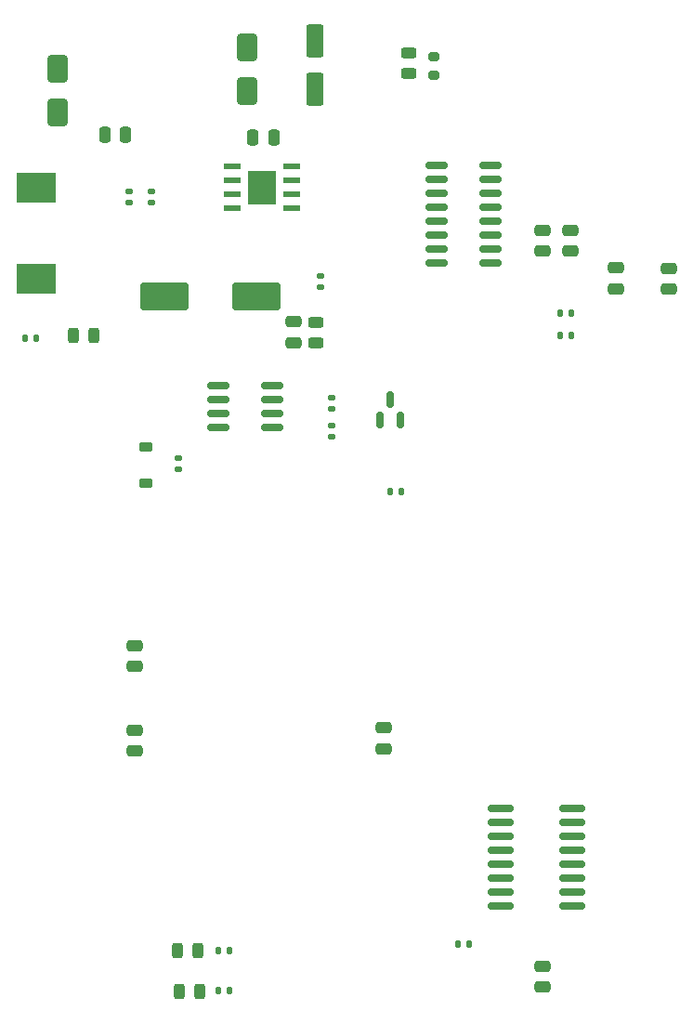
<source format=gbr>
%TF.GenerationSoftware,KiCad,Pcbnew,9.0.2*%
%TF.CreationDate,2025-09-25T10:29:51+05:30*%
%TF.ProjectId,UNO STEMc3.1,554e4f20-5354-4454-9d63-332e312e6b69,rev?*%
%TF.SameCoordinates,Original*%
%TF.FileFunction,Paste,Top*%
%TF.FilePolarity,Positive*%
%FSLAX46Y46*%
G04 Gerber Fmt 4.6, Leading zero omitted, Abs format (unit mm)*
G04 Created by KiCad (PCBNEW 9.0.2) date 2025-09-25 10:29:51*
%MOMM*%
%LPD*%
G01*
G04 APERTURE LIST*
G04 Aperture macros list*
%AMRoundRect*
0 Rectangle with rounded corners*
0 $1 Rounding radius*
0 $2 $3 $4 $5 $6 $7 $8 $9 X,Y pos of 4 corners*
0 Add a 4 corners polygon primitive as box body*
4,1,4,$2,$3,$4,$5,$6,$7,$8,$9,$2,$3,0*
0 Add four circle primitives for the rounded corners*
1,1,$1+$1,$2,$3*
1,1,$1+$1,$4,$5*
1,1,$1+$1,$6,$7*
1,1,$1+$1,$8,$9*
0 Add four rect primitives between the rounded corners*
20,1,$1+$1,$2,$3,$4,$5,0*
20,1,$1+$1,$4,$5,$6,$7,0*
20,1,$1+$1,$6,$7,$8,$9,0*
20,1,$1+$1,$8,$9,$2,$3,0*%
G04 Aperture macros list end*
%ADD10RoundRect,0.250000X0.550000X-1.250000X0.550000X1.250000X-0.550000X1.250000X-0.550000X-1.250000X0*%
%ADD11RoundRect,0.135000X-0.185000X0.135000X-0.185000X-0.135000X0.185000X-0.135000X0.185000X0.135000X0*%
%ADD12RoundRect,0.243750X0.456250X-0.243750X0.456250X0.243750X-0.456250X0.243750X-0.456250X-0.243750X0*%
%ADD13RoundRect,0.225000X-0.375000X0.225000X-0.375000X-0.225000X0.375000X-0.225000X0.375000X0.225000X0*%
%ADD14RoundRect,0.135000X0.135000X0.185000X-0.135000X0.185000X-0.135000X-0.185000X0.135000X-0.185000X0*%
%ADD15RoundRect,0.250000X0.475000X-0.250000X0.475000X0.250000X-0.475000X0.250000X-0.475000X-0.250000X0*%
%ADD16R,3.600000X2.700000*%
%ADD17RoundRect,0.243750X-0.243750X-0.456250X0.243750X-0.456250X0.243750X0.456250X-0.243750X0.456250X0*%
%ADD18RoundRect,0.135000X0.185000X-0.135000X0.185000X0.135000X-0.185000X0.135000X-0.185000X-0.135000X0*%
%ADD19RoundRect,0.250000X-0.475000X0.250000X-0.475000X-0.250000X0.475000X-0.250000X0.475000X0.250000X0*%
%ADD20R,1.550000X0.600000*%
%ADD21R,2.600000X3.100000*%
%ADD22RoundRect,0.135000X-0.135000X-0.185000X0.135000X-0.185000X0.135000X0.185000X-0.135000X0.185000X0*%
%ADD23RoundRect,0.243750X0.243750X0.456250X-0.243750X0.456250X-0.243750X-0.456250X0.243750X-0.456250X0*%
%ADD24RoundRect,0.250000X0.250000X0.475000X-0.250000X0.475000X-0.250000X-0.475000X0.250000X-0.475000X0*%
%ADD25RoundRect,0.250000X0.650000X-1.000000X0.650000X1.000000X-0.650000X1.000000X-0.650000X-1.000000X0*%
%ADD26RoundRect,0.250000X-0.250000X-0.475000X0.250000X-0.475000X0.250000X0.475000X-0.250000X0.475000X0*%
%ADD27RoundRect,0.150000X0.150000X-0.587500X0.150000X0.587500X-0.150000X0.587500X-0.150000X-0.587500X0*%
%ADD28RoundRect,0.150000X0.825000X0.150000X-0.825000X0.150000X-0.825000X-0.150000X0.825000X-0.150000X0*%
%ADD29RoundRect,0.200000X0.275000X-0.200000X0.275000X0.200000X-0.275000X0.200000X-0.275000X-0.200000X0*%
%ADD30RoundRect,0.150000X-1.050000X-0.150000X1.050000X-0.150000X1.050000X0.150000X-1.050000X0.150000X0*%
%ADD31RoundRect,0.250000X-1.950000X-1.000000X1.950000X-1.000000X1.950000X1.000000X-1.950000X1.000000X0*%
G04 APERTURE END LIST*
D10*
%TO.C,C1*%
X94730000Y-88920000D03*
X94730000Y-93320000D03*
%TD*%
D11*
%TO.C,R5*%
X95230000Y-111420000D03*
X95230000Y-110400000D03*
%TD*%
D12*
%TO.C,D3*%
X94750000Y-116437500D03*
X94750000Y-114562500D03*
%TD*%
D13*
%TO.C,D5*%
X79250000Y-125950000D03*
X79250000Y-129250000D03*
%TD*%
D14*
%TO.C,R11*%
X108770000Y-171250000D03*
X107750000Y-171250000D03*
%TD*%
%TO.C,R17*%
X69310000Y-116000000D03*
X68290000Y-116000000D03*
%TD*%
D15*
%TO.C,C17*%
X78250000Y-145950000D03*
X78250000Y-144050000D03*
%TD*%
D12*
%TO.C,D4*%
X103250000Y-91937500D03*
X103250000Y-90062500D03*
%TD*%
D16*
%TO.C,L1*%
X69300000Y-102350000D03*
X69300000Y-110650000D03*
%TD*%
D17*
%TO.C,D11*%
X72662500Y-115800000D03*
X74537500Y-115800000D03*
%TD*%
D18*
%TO.C,R3*%
X77800000Y-103710000D03*
X77800000Y-102690000D03*
%TD*%
D19*
%TO.C,C18*%
X78250000Y-151762500D03*
X78250000Y-153662500D03*
%TD*%
%TO.C,C14*%
X122100000Y-109620000D03*
X122100000Y-111520000D03*
%TD*%
D15*
%TO.C,C10*%
X118000000Y-108120000D03*
X118000000Y-106220000D03*
%TD*%
D20*
%TO.C,U2*%
X87200000Y-100395000D03*
X87200000Y-101665000D03*
X87200000Y-102935000D03*
X87200000Y-104205000D03*
X92600000Y-104205000D03*
X92600000Y-102935000D03*
X92600000Y-101665000D03*
X92600000Y-100395000D03*
D21*
X89900000Y-102300000D03*
%TD*%
D22*
%TO.C,R6*%
X117065000Y-115750000D03*
X118085000Y-115750000D03*
%TD*%
D11*
%TO.C,R1*%
X96250000Y-121480000D03*
X96250000Y-122500000D03*
%TD*%
D23*
%TO.C,D6*%
X84000000Y-171800000D03*
X82125000Y-171800000D03*
%TD*%
D15*
%TO.C,C19*%
X101000000Y-153450000D03*
X101000000Y-151550000D03*
%TD*%
D19*
%TO.C,C9*%
X92750000Y-114550000D03*
X92750000Y-116450000D03*
%TD*%
D11*
%TO.C,R9*%
X82250000Y-126990000D03*
X82250000Y-128010000D03*
%TD*%
D24*
%TO.C,C2*%
X77450000Y-97500000D03*
X75550000Y-97500000D03*
%TD*%
D25*
%TO.C,D1*%
X88500000Y-93500000D03*
X88500000Y-89500000D03*
%TD*%
D23*
%TO.C,D10*%
X84200000Y-175600000D03*
X82325000Y-175600000D03*
%TD*%
D19*
%TO.C,C7*%
X115400000Y-173250000D03*
X115400000Y-175150000D03*
%TD*%
%TO.C,C15*%
X126980000Y-109670000D03*
X126980000Y-111570000D03*
%TD*%
D22*
%TO.C,R12*%
X85890000Y-171800000D03*
X86910000Y-171800000D03*
%TD*%
D26*
%TO.C,C5*%
X89050000Y-97750000D03*
X90950000Y-97750000D03*
%TD*%
D22*
%TO.C,R10*%
X101577500Y-130000000D03*
X102597500Y-130000000D03*
%TD*%
%TO.C,R16*%
X85892597Y-175486456D03*
X86912597Y-175486456D03*
%TD*%
D27*
%TO.C,Q1*%
X100600000Y-123500000D03*
X102500000Y-123500000D03*
X101550000Y-121625000D03*
%TD*%
D28*
%TO.C,U5*%
X110730000Y-109140000D03*
X110730000Y-107870000D03*
X110730000Y-106600000D03*
X110730000Y-105330000D03*
X110730000Y-104060000D03*
X110730000Y-102790000D03*
X110730000Y-101520000D03*
X110730000Y-100250000D03*
X105780000Y-100250000D03*
X105780000Y-101520000D03*
X105780000Y-102790000D03*
X105780000Y-104060000D03*
X105780000Y-105330000D03*
X105780000Y-106600000D03*
X105780000Y-107870000D03*
X105780000Y-109140000D03*
%TD*%
D29*
%TO.C,R8*%
X105500000Y-92075000D03*
X105500000Y-90425000D03*
%TD*%
D30*
%TO.C,U7*%
X111633100Y-158879480D03*
X111633100Y-160149480D03*
X111633100Y-161419480D03*
X111633100Y-162689480D03*
X111633100Y-163959480D03*
X111633100Y-165229480D03*
X111633100Y-166499480D03*
X111633100Y-167769480D03*
X118133100Y-167769480D03*
X118133100Y-166499480D03*
X118133100Y-165229480D03*
X118133100Y-163959480D03*
X118133100Y-162689480D03*
X118133100Y-161419480D03*
X118133100Y-160149480D03*
X118133100Y-158879480D03*
%TD*%
D11*
%TO.C,R4*%
X79800000Y-102690000D03*
X79800000Y-103710000D03*
%TD*%
D14*
%TO.C,R7*%
X118085000Y-113750000D03*
X117065000Y-113750000D03*
%TD*%
D28*
%TO.C,U1*%
X90825000Y-124180000D03*
X90825000Y-122910000D03*
X90825000Y-121640000D03*
X90825000Y-120370000D03*
X85875000Y-120370000D03*
X85875000Y-121640000D03*
X85875000Y-122910000D03*
X85875000Y-124180000D03*
%TD*%
D11*
%TO.C,R2*%
X96250000Y-123980000D03*
X96250000Y-125000000D03*
%TD*%
D31*
%TO.C,C8*%
X81000000Y-112200000D03*
X89400000Y-112200000D03*
%TD*%
D15*
%TO.C,C16*%
X115480000Y-108120000D03*
X115480000Y-106220000D03*
%TD*%
D25*
%TO.C,D2*%
X71250000Y-95500000D03*
X71250000Y-91500000D03*
%TD*%
M02*

</source>
